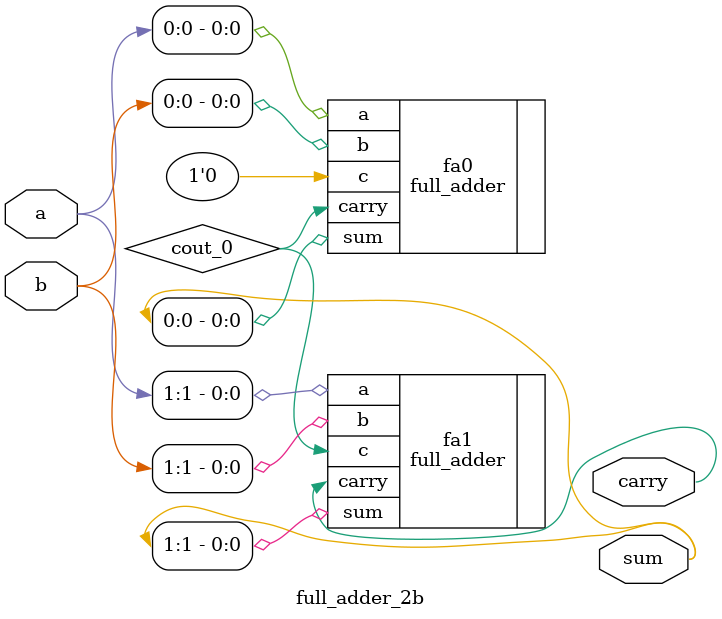
<source format=v>
module full_adder_2b(
    input wire [1:0] a,
    input wire [1:0] b,
    output wire [1:0] sum,
    output wire carry
);
    wire cout_0;

    // First 1-bit full adder for least significant bit
    full_adder fa0(
        .a(a[0]),
        .b(b[0]),
        .c(1'b0),  // No initial carry-in
        .sum(sum[0]),
        .carry(cout_0)
    );

    // Second 1-bit full adder for most significant bit
    full_adder fa1(
        .a(a[1]),
        .b(b[1]),
        .c(cout_0),
        .sum(sum[1]),
        .carry(carry)
    );

endmodule

</source>
